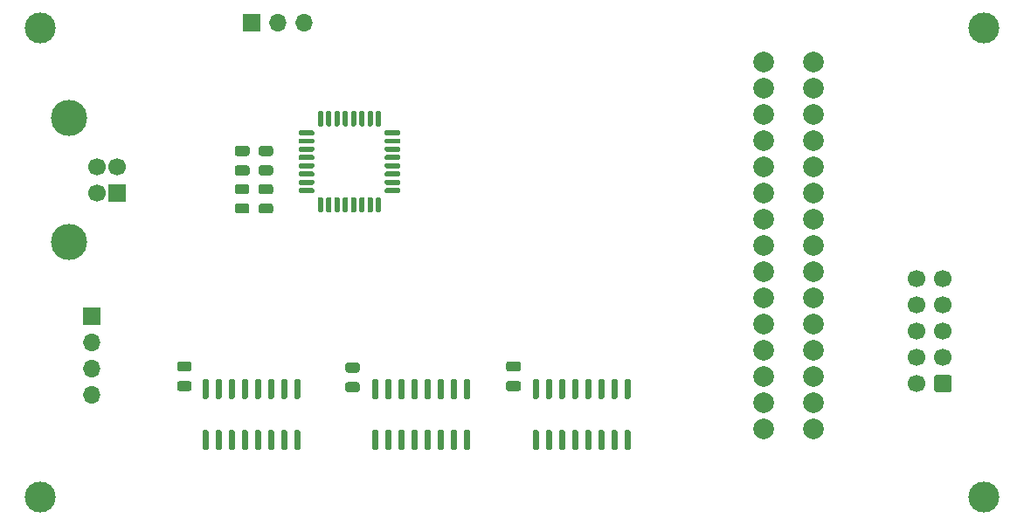
<source format=gbr>
G04 #@! TF.GenerationSoftware,KiCad,Pcbnew,(5.1.8)-1*
G04 #@! TF.CreationDate,2020-11-26T11:10:09+01:00*
G04 #@! TF.ProjectId,MM1_Writer,4d4d315f-5772-4697-9465-722e6b696361,R1*
G04 #@! TF.SameCoordinates,PX4692680PY3938700*
G04 #@! TF.FileFunction,Soldermask,Top*
G04 #@! TF.FilePolarity,Negative*
%FSLAX46Y46*%
G04 Gerber Fmt 4.6, Leading zero omitted, Abs format (unit mm)*
G04 Created by KiCad (PCBNEW (5.1.8)-1) date 2020-11-26 11:10:09*
%MOMM*%
%LPD*%
G01*
G04 APERTURE LIST*
%ADD10C,2.000000*%
%ADD11C,3.000000*%
%ADD12R,1.700000X1.700000*%
%ADD13C,1.700000*%
%ADD14C,3.500000*%
%ADD15O,1.700000X1.700000*%
G04 APERTURE END LIST*
D10*
X80000000Y-8310000D03*
X75140000Y-8310000D03*
X80000000Y-10850000D03*
X75140000Y-10850000D03*
X80000000Y-13390000D03*
X75140000Y-13390000D03*
X80000000Y-15930000D03*
X75140000Y-15930000D03*
X80000000Y-18470000D03*
X75140000Y-18470000D03*
X80000000Y-21010000D03*
X75140000Y-21010000D03*
X80000000Y-23550000D03*
X75140000Y-23550000D03*
X80000000Y-26090000D03*
X75140000Y-26090000D03*
X80000000Y-28630000D03*
X75140000Y-28630000D03*
X80000000Y-31170000D03*
X75140000Y-31170000D03*
X80000000Y-33710000D03*
X75140000Y-33710000D03*
X80000000Y-36250000D03*
X75140000Y-36250000D03*
X80000000Y-38790000D03*
X75140000Y-38790000D03*
X80000000Y-41330000D03*
X75140000Y-41330000D03*
X80000000Y-43860000D03*
X75140000Y-43870000D03*
G36*
G01*
X19456250Y-38350000D02*
X18543750Y-38350000D01*
G75*
G02*
X18300000Y-38106250I0J243750D01*
G01*
X18300000Y-37618750D01*
G75*
G02*
X18543750Y-37375000I243750J0D01*
G01*
X19456250Y-37375000D01*
G75*
G02*
X19700000Y-37618750I0J-243750D01*
G01*
X19700000Y-38106250D01*
G75*
G02*
X19456250Y-38350000I-243750J0D01*
G01*
G37*
G36*
G01*
X19456250Y-40225000D02*
X18543750Y-40225000D01*
G75*
G02*
X18300000Y-39981250I0J243750D01*
G01*
X18300000Y-39493750D01*
G75*
G02*
X18543750Y-39250000I243750J0D01*
G01*
X19456250Y-39250000D01*
G75*
G02*
X19700000Y-39493750I0J-243750D01*
G01*
X19700000Y-39981250D01*
G75*
G02*
X19456250Y-40225000I-243750J0D01*
G01*
G37*
G36*
G01*
X35756250Y-38450000D02*
X34843750Y-38450000D01*
G75*
G02*
X34600000Y-38206250I0J243750D01*
G01*
X34600000Y-37718750D01*
G75*
G02*
X34843750Y-37475000I243750J0D01*
G01*
X35756250Y-37475000D01*
G75*
G02*
X36000000Y-37718750I0J-243750D01*
G01*
X36000000Y-38206250D01*
G75*
G02*
X35756250Y-38450000I-243750J0D01*
G01*
G37*
G36*
G01*
X35756250Y-40325000D02*
X34843750Y-40325000D01*
G75*
G02*
X34600000Y-40081250I0J243750D01*
G01*
X34600000Y-39593750D01*
G75*
G02*
X34843750Y-39350000I243750J0D01*
G01*
X35756250Y-39350000D01*
G75*
G02*
X36000000Y-39593750I0J-243750D01*
G01*
X36000000Y-40081250D01*
G75*
G02*
X35756250Y-40325000I-243750J0D01*
G01*
G37*
G36*
G01*
X27356250Y-19325000D02*
X26443750Y-19325000D01*
G75*
G02*
X26200000Y-19081250I0J243750D01*
G01*
X26200000Y-18593750D01*
G75*
G02*
X26443750Y-18350000I243750J0D01*
G01*
X27356250Y-18350000D01*
G75*
G02*
X27600000Y-18593750I0J-243750D01*
G01*
X27600000Y-19081250D01*
G75*
G02*
X27356250Y-19325000I-243750J0D01*
G01*
G37*
G36*
G01*
X27356250Y-17450000D02*
X26443750Y-17450000D01*
G75*
G02*
X26200000Y-17206250I0J243750D01*
G01*
X26200000Y-16718750D01*
G75*
G02*
X26443750Y-16475000I243750J0D01*
G01*
X27356250Y-16475000D01*
G75*
G02*
X27600000Y-16718750I0J-243750D01*
G01*
X27600000Y-17206250D01*
G75*
G02*
X27356250Y-17450000I-243750J0D01*
G01*
G37*
G36*
G01*
X26443750Y-22050000D02*
X27356250Y-22050000D01*
G75*
G02*
X27600000Y-22293750I0J-243750D01*
G01*
X27600000Y-22781250D01*
G75*
G02*
X27356250Y-23025000I-243750J0D01*
G01*
X26443750Y-23025000D01*
G75*
G02*
X26200000Y-22781250I0J243750D01*
G01*
X26200000Y-22293750D01*
G75*
G02*
X26443750Y-22050000I243750J0D01*
G01*
G37*
G36*
G01*
X26443750Y-20175000D02*
X27356250Y-20175000D01*
G75*
G02*
X27600000Y-20418750I0J-243750D01*
G01*
X27600000Y-20906250D01*
G75*
G02*
X27356250Y-21150000I-243750J0D01*
G01*
X26443750Y-21150000D01*
G75*
G02*
X26200000Y-20906250I0J243750D01*
G01*
X26200000Y-20418750D01*
G75*
G02*
X26443750Y-20175000I243750J0D01*
G01*
G37*
G36*
G01*
X24143750Y-20175000D02*
X25056250Y-20175000D01*
G75*
G02*
X25300000Y-20418750I0J-243750D01*
G01*
X25300000Y-20906250D01*
G75*
G02*
X25056250Y-21150000I-243750J0D01*
G01*
X24143750Y-21150000D01*
G75*
G02*
X23900000Y-20906250I0J243750D01*
G01*
X23900000Y-20418750D01*
G75*
G02*
X24143750Y-20175000I243750J0D01*
G01*
G37*
G36*
G01*
X24143750Y-22050000D02*
X25056250Y-22050000D01*
G75*
G02*
X25300000Y-22293750I0J-243750D01*
G01*
X25300000Y-22781250D01*
G75*
G02*
X25056250Y-23025000I-243750J0D01*
G01*
X24143750Y-23025000D01*
G75*
G02*
X23900000Y-22781250I0J243750D01*
G01*
X23900000Y-22293750D01*
G75*
G02*
X24143750Y-22050000I243750J0D01*
G01*
G37*
G36*
G01*
X37650000Y-41000000D02*
X37350000Y-41000000D01*
G75*
G02*
X37200000Y-40850000I0J150000D01*
G01*
X37200000Y-39200000D01*
G75*
G02*
X37350000Y-39050000I150000J0D01*
G01*
X37650000Y-39050000D01*
G75*
G02*
X37800000Y-39200000I0J-150000D01*
G01*
X37800000Y-40850000D01*
G75*
G02*
X37650000Y-41000000I-150000J0D01*
G01*
G37*
G36*
G01*
X38920000Y-41000000D02*
X38620000Y-41000000D01*
G75*
G02*
X38470000Y-40850000I0J150000D01*
G01*
X38470000Y-39200000D01*
G75*
G02*
X38620000Y-39050000I150000J0D01*
G01*
X38920000Y-39050000D01*
G75*
G02*
X39070000Y-39200000I0J-150000D01*
G01*
X39070000Y-40850000D01*
G75*
G02*
X38920000Y-41000000I-150000J0D01*
G01*
G37*
G36*
G01*
X40190000Y-41000000D02*
X39890000Y-41000000D01*
G75*
G02*
X39740000Y-40850000I0J150000D01*
G01*
X39740000Y-39200000D01*
G75*
G02*
X39890000Y-39050000I150000J0D01*
G01*
X40190000Y-39050000D01*
G75*
G02*
X40340000Y-39200000I0J-150000D01*
G01*
X40340000Y-40850000D01*
G75*
G02*
X40190000Y-41000000I-150000J0D01*
G01*
G37*
G36*
G01*
X41460000Y-41000000D02*
X41160000Y-41000000D01*
G75*
G02*
X41010000Y-40850000I0J150000D01*
G01*
X41010000Y-39200000D01*
G75*
G02*
X41160000Y-39050000I150000J0D01*
G01*
X41460000Y-39050000D01*
G75*
G02*
X41610000Y-39200000I0J-150000D01*
G01*
X41610000Y-40850000D01*
G75*
G02*
X41460000Y-41000000I-150000J0D01*
G01*
G37*
G36*
G01*
X42730000Y-41000000D02*
X42430000Y-41000000D01*
G75*
G02*
X42280000Y-40850000I0J150000D01*
G01*
X42280000Y-39200000D01*
G75*
G02*
X42430000Y-39050000I150000J0D01*
G01*
X42730000Y-39050000D01*
G75*
G02*
X42880000Y-39200000I0J-150000D01*
G01*
X42880000Y-40850000D01*
G75*
G02*
X42730000Y-41000000I-150000J0D01*
G01*
G37*
G36*
G01*
X44000000Y-41000000D02*
X43700000Y-41000000D01*
G75*
G02*
X43550000Y-40850000I0J150000D01*
G01*
X43550000Y-39200000D01*
G75*
G02*
X43700000Y-39050000I150000J0D01*
G01*
X44000000Y-39050000D01*
G75*
G02*
X44150000Y-39200000I0J-150000D01*
G01*
X44150000Y-40850000D01*
G75*
G02*
X44000000Y-41000000I-150000J0D01*
G01*
G37*
G36*
G01*
X45270000Y-41000000D02*
X44970000Y-41000000D01*
G75*
G02*
X44820000Y-40850000I0J150000D01*
G01*
X44820000Y-39200000D01*
G75*
G02*
X44970000Y-39050000I150000J0D01*
G01*
X45270000Y-39050000D01*
G75*
G02*
X45420000Y-39200000I0J-150000D01*
G01*
X45420000Y-40850000D01*
G75*
G02*
X45270000Y-41000000I-150000J0D01*
G01*
G37*
G36*
G01*
X46540000Y-41000000D02*
X46240000Y-41000000D01*
G75*
G02*
X46090000Y-40850000I0J150000D01*
G01*
X46090000Y-39200000D01*
G75*
G02*
X46240000Y-39050000I150000J0D01*
G01*
X46540000Y-39050000D01*
G75*
G02*
X46690000Y-39200000I0J-150000D01*
G01*
X46690000Y-40850000D01*
G75*
G02*
X46540000Y-41000000I-150000J0D01*
G01*
G37*
G36*
G01*
X46540000Y-45950000D02*
X46240000Y-45950000D01*
G75*
G02*
X46090000Y-45800000I0J150000D01*
G01*
X46090000Y-44150000D01*
G75*
G02*
X46240000Y-44000000I150000J0D01*
G01*
X46540000Y-44000000D01*
G75*
G02*
X46690000Y-44150000I0J-150000D01*
G01*
X46690000Y-45800000D01*
G75*
G02*
X46540000Y-45950000I-150000J0D01*
G01*
G37*
G36*
G01*
X45270000Y-45950000D02*
X44970000Y-45950000D01*
G75*
G02*
X44820000Y-45800000I0J150000D01*
G01*
X44820000Y-44150000D01*
G75*
G02*
X44970000Y-44000000I150000J0D01*
G01*
X45270000Y-44000000D01*
G75*
G02*
X45420000Y-44150000I0J-150000D01*
G01*
X45420000Y-45800000D01*
G75*
G02*
X45270000Y-45950000I-150000J0D01*
G01*
G37*
G36*
G01*
X44000000Y-45950000D02*
X43700000Y-45950000D01*
G75*
G02*
X43550000Y-45800000I0J150000D01*
G01*
X43550000Y-44150000D01*
G75*
G02*
X43700000Y-44000000I150000J0D01*
G01*
X44000000Y-44000000D01*
G75*
G02*
X44150000Y-44150000I0J-150000D01*
G01*
X44150000Y-45800000D01*
G75*
G02*
X44000000Y-45950000I-150000J0D01*
G01*
G37*
G36*
G01*
X42730000Y-45950000D02*
X42430000Y-45950000D01*
G75*
G02*
X42280000Y-45800000I0J150000D01*
G01*
X42280000Y-44150000D01*
G75*
G02*
X42430000Y-44000000I150000J0D01*
G01*
X42730000Y-44000000D01*
G75*
G02*
X42880000Y-44150000I0J-150000D01*
G01*
X42880000Y-45800000D01*
G75*
G02*
X42730000Y-45950000I-150000J0D01*
G01*
G37*
G36*
G01*
X41460000Y-45950000D02*
X41160000Y-45950000D01*
G75*
G02*
X41010000Y-45800000I0J150000D01*
G01*
X41010000Y-44150000D01*
G75*
G02*
X41160000Y-44000000I150000J0D01*
G01*
X41460000Y-44000000D01*
G75*
G02*
X41610000Y-44150000I0J-150000D01*
G01*
X41610000Y-45800000D01*
G75*
G02*
X41460000Y-45950000I-150000J0D01*
G01*
G37*
G36*
G01*
X40190000Y-45950000D02*
X39890000Y-45950000D01*
G75*
G02*
X39740000Y-45800000I0J150000D01*
G01*
X39740000Y-44150000D01*
G75*
G02*
X39890000Y-44000000I150000J0D01*
G01*
X40190000Y-44000000D01*
G75*
G02*
X40340000Y-44150000I0J-150000D01*
G01*
X40340000Y-45800000D01*
G75*
G02*
X40190000Y-45950000I-150000J0D01*
G01*
G37*
G36*
G01*
X38920000Y-45950000D02*
X38620000Y-45950000D01*
G75*
G02*
X38470000Y-45800000I0J150000D01*
G01*
X38470000Y-44150000D01*
G75*
G02*
X38620000Y-44000000I150000J0D01*
G01*
X38920000Y-44000000D01*
G75*
G02*
X39070000Y-44150000I0J-150000D01*
G01*
X39070000Y-45800000D01*
G75*
G02*
X38920000Y-45950000I-150000J0D01*
G01*
G37*
G36*
G01*
X37650000Y-45950000D02*
X37350000Y-45950000D01*
G75*
G02*
X37200000Y-45800000I0J150000D01*
G01*
X37200000Y-44150000D01*
G75*
G02*
X37350000Y-44000000I150000J0D01*
G01*
X37650000Y-44000000D01*
G75*
G02*
X37800000Y-44150000I0J-150000D01*
G01*
X37800000Y-45800000D01*
G75*
G02*
X37650000Y-45950000I-150000J0D01*
G01*
G37*
G36*
G01*
X25075000Y-19350000D02*
X24125000Y-19350000D01*
G75*
G02*
X23875000Y-19100000I0J250000D01*
G01*
X23875000Y-18600000D01*
G75*
G02*
X24125000Y-18350000I250000J0D01*
G01*
X25075000Y-18350000D01*
G75*
G02*
X25325000Y-18600000I0J-250000D01*
G01*
X25325000Y-19100000D01*
G75*
G02*
X25075000Y-19350000I-250000J0D01*
G01*
G37*
G36*
G01*
X25075000Y-17450000D02*
X24125000Y-17450000D01*
G75*
G02*
X23875000Y-17200000I0J250000D01*
G01*
X23875000Y-16700000D01*
G75*
G02*
X24125000Y-16450000I250000J0D01*
G01*
X25075000Y-16450000D01*
G75*
G02*
X25325000Y-16700000I0J-250000D01*
G01*
X25325000Y-17200000D01*
G75*
G02*
X25075000Y-17450000I-250000J0D01*
G01*
G37*
G36*
G01*
X51375000Y-38350000D02*
X50425000Y-38350000D01*
G75*
G02*
X50175000Y-38100000I0J250000D01*
G01*
X50175000Y-37600000D01*
G75*
G02*
X50425000Y-37350000I250000J0D01*
G01*
X51375000Y-37350000D01*
G75*
G02*
X51625000Y-37600000I0J-250000D01*
G01*
X51625000Y-38100000D01*
G75*
G02*
X51375000Y-38350000I-250000J0D01*
G01*
G37*
G36*
G01*
X51375000Y-40250000D02*
X50425000Y-40250000D01*
G75*
G02*
X50175000Y-40000000I0J250000D01*
G01*
X50175000Y-39500000D01*
G75*
G02*
X50425000Y-39250000I250000J0D01*
G01*
X51375000Y-39250000D01*
G75*
G02*
X51625000Y-39500000I0J-250000D01*
G01*
X51625000Y-40000000D01*
G75*
G02*
X51375000Y-40250000I-250000J0D01*
G01*
G37*
D11*
X5000000Y-5000000D03*
X96500000Y-5000000D03*
X5000000Y-50500000D03*
X96500000Y-50500000D03*
D12*
X12500000Y-21000000D03*
D13*
X12500000Y-18500000D03*
X10500000Y-18500000D03*
X10500000Y-21000000D03*
D14*
X7790000Y-25770000D03*
X7790000Y-13730000D03*
D12*
X10000000Y-33000000D03*
D15*
X10000000Y-35540000D03*
X10000000Y-38080000D03*
X10000000Y-40620000D03*
G36*
G01*
X93350000Y-38900000D02*
X93350000Y-40100000D01*
G75*
G02*
X93100000Y-40350000I-250000J0D01*
G01*
X91900000Y-40350000D01*
G75*
G02*
X91650000Y-40100000I0J250000D01*
G01*
X91650000Y-38900000D01*
G75*
G02*
X91900000Y-38650000I250000J0D01*
G01*
X93100000Y-38650000D01*
G75*
G02*
X93350000Y-38900000I0J-250000D01*
G01*
G37*
D13*
X92500000Y-36960000D03*
X92500000Y-34420000D03*
X92500000Y-31880000D03*
X92500000Y-29340000D03*
X89960000Y-39500000D03*
X89960000Y-36960000D03*
X89960000Y-34420000D03*
X89960000Y-31880000D03*
X89960000Y-29340000D03*
G36*
G01*
X30075000Y-15325000D02*
X30075000Y-15075000D01*
G75*
G02*
X30200000Y-14950000I125000J0D01*
G01*
X31450000Y-14950000D01*
G75*
G02*
X31575000Y-15075000I0J-125000D01*
G01*
X31575000Y-15325000D01*
G75*
G02*
X31450000Y-15450000I-125000J0D01*
G01*
X30200000Y-15450000D01*
G75*
G02*
X30075000Y-15325000I0J125000D01*
G01*
G37*
G36*
G01*
X30075000Y-16125000D02*
X30075000Y-15875000D01*
G75*
G02*
X30200000Y-15750000I125000J0D01*
G01*
X31450000Y-15750000D01*
G75*
G02*
X31575000Y-15875000I0J-125000D01*
G01*
X31575000Y-16125000D01*
G75*
G02*
X31450000Y-16250000I-125000J0D01*
G01*
X30200000Y-16250000D01*
G75*
G02*
X30075000Y-16125000I0J125000D01*
G01*
G37*
G36*
G01*
X30075000Y-16925000D02*
X30075000Y-16675000D01*
G75*
G02*
X30200000Y-16550000I125000J0D01*
G01*
X31450000Y-16550000D01*
G75*
G02*
X31575000Y-16675000I0J-125000D01*
G01*
X31575000Y-16925000D01*
G75*
G02*
X31450000Y-17050000I-125000J0D01*
G01*
X30200000Y-17050000D01*
G75*
G02*
X30075000Y-16925000I0J125000D01*
G01*
G37*
G36*
G01*
X30075000Y-17725000D02*
X30075000Y-17475000D01*
G75*
G02*
X30200000Y-17350000I125000J0D01*
G01*
X31450000Y-17350000D01*
G75*
G02*
X31575000Y-17475000I0J-125000D01*
G01*
X31575000Y-17725000D01*
G75*
G02*
X31450000Y-17850000I-125000J0D01*
G01*
X30200000Y-17850000D01*
G75*
G02*
X30075000Y-17725000I0J125000D01*
G01*
G37*
G36*
G01*
X30075000Y-18525000D02*
X30075000Y-18275000D01*
G75*
G02*
X30200000Y-18150000I125000J0D01*
G01*
X31450000Y-18150000D01*
G75*
G02*
X31575000Y-18275000I0J-125000D01*
G01*
X31575000Y-18525000D01*
G75*
G02*
X31450000Y-18650000I-125000J0D01*
G01*
X30200000Y-18650000D01*
G75*
G02*
X30075000Y-18525000I0J125000D01*
G01*
G37*
G36*
G01*
X30075000Y-19325000D02*
X30075000Y-19075000D01*
G75*
G02*
X30200000Y-18950000I125000J0D01*
G01*
X31450000Y-18950000D01*
G75*
G02*
X31575000Y-19075000I0J-125000D01*
G01*
X31575000Y-19325000D01*
G75*
G02*
X31450000Y-19450000I-125000J0D01*
G01*
X30200000Y-19450000D01*
G75*
G02*
X30075000Y-19325000I0J125000D01*
G01*
G37*
G36*
G01*
X30075000Y-20125000D02*
X30075000Y-19875000D01*
G75*
G02*
X30200000Y-19750000I125000J0D01*
G01*
X31450000Y-19750000D01*
G75*
G02*
X31575000Y-19875000I0J-125000D01*
G01*
X31575000Y-20125000D01*
G75*
G02*
X31450000Y-20250000I-125000J0D01*
G01*
X30200000Y-20250000D01*
G75*
G02*
X30075000Y-20125000I0J125000D01*
G01*
G37*
G36*
G01*
X30075000Y-20925000D02*
X30075000Y-20675000D01*
G75*
G02*
X30200000Y-20550000I125000J0D01*
G01*
X31450000Y-20550000D01*
G75*
G02*
X31575000Y-20675000I0J-125000D01*
G01*
X31575000Y-20925000D01*
G75*
G02*
X31450000Y-21050000I-125000J0D01*
G01*
X30200000Y-21050000D01*
G75*
G02*
X30075000Y-20925000I0J125000D01*
G01*
G37*
G36*
G01*
X31950000Y-22800000D02*
X31950000Y-21550000D01*
G75*
G02*
X32075000Y-21425000I125000J0D01*
G01*
X32325000Y-21425000D01*
G75*
G02*
X32450000Y-21550000I0J-125000D01*
G01*
X32450000Y-22800000D01*
G75*
G02*
X32325000Y-22925000I-125000J0D01*
G01*
X32075000Y-22925000D01*
G75*
G02*
X31950000Y-22800000I0J125000D01*
G01*
G37*
G36*
G01*
X32750000Y-22800000D02*
X32750000Y-21550000D01*
G75*
G02*
X32875000Y-21425000I125000J0D01*
G01*
X33125000Y-21425000D01*
G75*
G02*
X33250000Y-21550000I0J-125000D01*
G01*
X33250000Y-22800000D01*
G75*
G02*
X33125000Y-22925000I-125000J0D01*
G01*
X32875000Y-22925000D01*
G75*
G02*
X32750000Y-22800000I0J125000D01*
G01*
G37*
G36*
G01*
X33550000Y-22800000D02*
X33550000Y-21550000D01*
G75*
G02*
X33675000Y-21425000I125000J0D01*
G01*
X33925000Y-21425000D01*
G75*
G02*
X34050000Y-21550000I0J-125000D01*
G01*
X34050000Y-22800000D01*
G75*
G02*
X33925000Y-22925000I-125000J0D01*
G01*
X33675000Y-22925000D01*
G75*
G02*
X33550000Y-22800000I0J125000D01*
G01*
G37*
G36*
G01*
X34350000Y-22800000D02*
X34350000Y-21550000D01*
G75*
G02*
X34475000Y-21425000I125000J0D01*
G01*
X34725000Y-21425000D01*
G75*
G02*
X34850000Y-21550000I0J-125000D01*
G01*
X34850000Y-22800000D01*
G75*
G02*
X34725000Y-22925000I-125000J0D01*
G01*
X34475000Y-22925000D01*
G75*
G02*
X34350000Y-22800000I0J125000D01*
G01*
G37*
G36*
G01*
X35150000Y-22800000D02*
X35150000Y-21550000D01*
G75*
G02*
X35275000Y-21425000I125000J0D01*
G01*
X35525000Y-21425000D01*
G75*
G02*
X35650000Y-21550000I0J-125000D01*
G01*
X35650000Y-22800000D01*
G75*
G02*
X35525000Y-22925000I-125000J0D01*
G01*
X35275000Y-22925000D01*
G75*
G02*
X35150000Y-22800000I0J125000D01*
G01*
G37*
G36*
G01*
X35950000Y-22800000D02*
X35950000Y-21550000D01*
G75*
G02*
X36075000Y-21425000I125000J0D01*
G01*
X36325000Y-21425000D01*
G75*
G02*
X36450000Y-21550000I0J-125000D01*
G01*
X36450000Y-22800000D01*
G75*
G02*
X36325000Y-22925000I-125000J0D01*
G01*
X36075000Y-22925000D01*
G75*
G02*
X35950000Y-22800000I0J125000D01*
G01*
G37*
G36*
G01*
X36750000Y-22800000D02*
X36750000Y-21550000D01*
G75*
G02*
X36875000Y-21425000I125000J0D01*
G01*
X37125000Y-21425000D01*
G75*
G02*
X37250000Y-21550000I0J-125000D01*
G01*
X37250000Y-22800000D01*
G75*
G02*
X37125000Y-22925000I-125000J0D01*
G01*
X36875000Y-22925000D01*
G75*
G02*
X36750000Y-22800000I0J125000D01*
G01*
G37*
G36*
G01*
X37550000Y-22800000D02*
X37550000Y-21550000D01*
G75*
G02*
X37675000Y-21425000I125000J0D01*
G01*
X37925000Y-21425000D01*
G75*
G02*
X38050000Y-21550000I0J-125000D01*
G01*
X38050000Y-22800000D01*
G75*
G02*
X37925000Y-22925000I-125000J0D01*
G01*
X37675000Y-22925000D01*
G75*
G02*
X37550000Y-22800000I0J125000D01*
G01*
G37*
G36*
G01*
X38425000Y-20925000D02*
X38425000Y-20675000D01*
G75*
G02*
X38550000Y-20550000I125000J0D01*
G01*
X39800000Y-20550000D01*
G75*
G02*
X39925000Y-20675000I0J-125000D01*
G01*
X39925000Y-20925000D01*
G75*
G02*
X39800000Y-21050000I-125000J0D01*
G01*
X38550000Y-21050000D01*
G75*
G02*
X38425000Y-20925000I0J125000D01*
G01*
G37*
G36*
G01*
X38425000Y-20125000D02*
X38425000Y-19875000D01*
G75*
G02*
X38550000Y-19750000I125000J0D01*
G01*
X39800000Y-19750000D01*
G75*
G02*
X39925000Y-19875000I0J-125000D01*
G01*
X39925000Y-20125000D01*
G75*
G02*
X39800000Y-20250000I-125000J0D01*
G01*
X38550000Y-20250000D01*
G75*
G02*
X38425000Y-20125000I0J125000D01*
G01*
G37*
G36*
G01*
X38425000Y-19325000D02*
X38425000Y-19075000D01*
G75*
G02*
X38550000Y-18950000I125000J0D01*
G01*
X39800000Y-18950000D01*
G75*
G02*
X39925000Y-19075000I0J-125000D01*
G01*
X39925000Y-19325000D01*
G75*
G02*
X39800000Y-19450000I-125000J0D01*
G01*
X38550000Y-19450000D01*
G75*
G02*
X38425000Y-19325000I0J125000D01*
G01*
G37*
G36*
G01*
X38425000Y-18525000D02*
X38425000Y-18275000D01*
G75*
G02*
X38550000Y-18150000I125000J0D01*
G01*
X39800000Y-18150000D01*
G75*
G02*
X39925000Y-18275000I0J-125000D01*
G01*
X39925000Y-18525000D01*
G75*
G02*
X39800000Y-18650000I-125000J0D01*
G01*
X38550000Y-18650000D01*
G75*
G02*
X38425000Y-18525000I0J125000D01*
G01*
G37*
G36*
G01*
X38425000Y-17725000D02*
X38425000Y-17475000D01*
G75*
G02*
X38550000Y-17350000I125000J0D01*
G01*
X39800000Y-17350000D01*
G75*
G02*
X39925000Y-17475000I0J-125000D01*
G01*
X39925000Y-17725000D01*
G75*
G02*
X39800000Y-17850000I-125000J0D01*
G01*
X38550000Y-17850000D01*
G75*
G02*
X38425000Y-17725000I0J125000D01*
G01*
G37*
G36*
G01*
X38425000Y-16925000D02*
X38425000Y-16675000D01*
G75*
G02*
X38550000Y-16550000I125000J0D01*
G01*
X39800000Y-16550000D01*
G75*
G02*
X39925000Y-16675000I0J-125000D01*
G01*
X39925000Y-16925000D01*
G75*
G02*
X39800000Y-17050000I-125000J0D01*
G01*
X38550000Y-17050000D01*
G75*
G02*
X38425000Y-16925000I0J125000D01*
G01*
G37*
G36*
G01*
X38425000Y-16125000D02*
X38425000Y-15875000D01*
G75*
G02*
X38550000Y-15750000I125000J0D01*
G01*
X39800000Y-15750000D01*
G75*
G02*
X39925000Y-15875000I0J-125000D01*
G01*
X39925000Y-16125000D01*
G75*
G02*
X39800000Y-16250000I-125000J0D01*
G01*
X38550000Y-16250000D01*
G75*
G02*
X38425000Y-16125000I0J125000D01*
G01*
G37*
G36*
G01*
X38425000Y-15325000D02*
X38425000Y-15075000D01*
G75*
G02*
X38550000Y-14950000I125000J0D01*
G01*
X39800000Y-14950000D01*
G75*
G02*
X39925000Y-15075000I0J-125000D01*
G01*
X39925000Y-15325000D01*
G75*
G02*
X39800000Y-15450000I-125000J0D01*
G01*
X38550000Y-15450000D01*
G75*
G02*
X38425000Y-15325000I0J125000D01*
G01*
G37*
G36*
G01*
X37550000Y-14450000D02*
X37550000Y-13200000D01*
G75*
G02*
X37675000Y-13075000I125000J0D01*
G01*
X37925000Y-13075000D01*
G75*
G02*
X38050000Y-13200000I0J-125000D01*
G01*
X38050000Y-14450000D01*
G75*
G02*
X37925000Y-14575000I-125000J0D01*
G01*
X37675000Y-14575000D01*
G75*
G02*
X37550000Y-14450000I0J125000D01*
G01*
G37*
G36*
G01*
X36750000Y-14450000D02*
X36750000Y-13200000D01*
G75*
G02*
X36875000Y-13075000I125000J0D01*
G01*
X37125000Y-13075000D01*
G75*
G02*
X37250000Y-13200000I0J-125000D01*
G01*
X37250000Y-14450000D01*
G75*
G02*
X37125000Y-14575000I-125000J0D01*
G01*
X36875000Y-14575000D01*
G75*
G02*
X36750000Y-14450000I0J125000D01*
G01*
G37*
G36*
G01*
X35950000Y-14450000D02*
X35950000Y-13200000D01*
G75*
G02*
X36075000Y-13075000I125000J0D01*
G01*
X36325000Y-13075000D01*
G75*
G02*
X36450000Y-13200000I0J-125000D01*
G01*
X36450000Y-14450000D01*
G75*
G02*
X36325000Y-14575000I-125000J0D01*
G01*
X36075000Y-14575000D01*
G75*
G02*
X35950000Y-14450000I0J125000D01*
G01*
G37*
G36*
G01*
X35150000Y-14450000D02*
X35150000Y-13200000D01*
G75*
G02*
X35275000Y-13075000I125000J0D01*
G01*
X35525000Y-13075000D01*
G75*
G02*
X35650000Y-13200000I0J-125000D01*
G01*
X35650000Y-14450000D01*
G75*
G02*
X35525000Y-14575000I-125000J0D01*
G01*
X35275000Y-14575000D01*
G75*
G02*
X35150000Y-14450000I0J125000D01*
G01*
G37*
G36*
G01*
X34350000Y-14450000D02*
X34350000Y-13200000D01*
G75*
G02*
X34475000Y-13075000I125000J0D01*
G01*
X34725000Y-13075000D01*
G75*
G02*
X34850000Y-13200000I0J-125000D01*
G01*
X34850000Y-14450000D01*
G75*
G02*
X34725000Y-14575000I-125000J0D01*
G01*
X34475000Y-14575000D01*
G75*
G02*
X34350000Y-14450000I0J125000D01*
G01*
G37*
G36*
G01*
X33550000Y-14450000D02*
X33550000Y-13200000D01*
G75*
G02*
X33675000Y-13075000I125000J0D01*
G01*
X33925000Y-13075000D01*
G75*
G02*
X34050000Y-13200000I0J-125000D01*
G01*
X34050000Y-14450000D01*
G75*
G02*
X33925000Y-14575000I-125000J0D01*
G01*
X33675000Y-14575000D01*
G75*
G02*
X33550000Y-14450000I0J125000D01*
G01*
G37*
G36*
G01*
X32750000Y-14450000D02*
X32750000Y-13200000D01*
G75*
G02*
X32875000Y-13075000I125000J0D01*
G01*
X33125000Y-13075000D01*
G75*
G02*
X33250000Y-13200000I0J-125000D01*
G01*
X33250000Y-14450000D01*
G75*
G02*
X33125000Y-14575000I-125000J0D01*
G01*
X32875000Y-14575000D01*
G75*
G02*
X32750000Y-14450000I0J125000D01*
G01*
G37*
G36*
G01*
X31950000Y-14450000D02*
X31950000Y-13200000D01*
G75*
G02*
X32075000Y-13075000I125000J0D01*
G01*
X32325000Y-13075000D01*
G75*
G02*
X32450000Y-13200000I0J-125000D01*
G01*
X32450000Y-14450000D01*
G75*
G02*
X32325000Y-14575000I-125000J0D01*
G01*
X32075000Y-14575000D01*
G75*
G02*
X31950000Y-14450000I0J125000D01*
G01*
G37*
G36*
G01*
X21205000Y-45950000D02*
X20905000Y-45950000D01*
G75*
G02*
X20755000Y-45800000I0J150000D01*
G01*
X20755000Y-44150000D01*
G75*
G02*
X20905000Y-44000000I150000J0D01*
G01*
X21205000Y-44000000D01*
G75*
G02*
X21355000Y-44150000I0J-150000D01*
G01*
X21355000Y-45800000D01*
G75*
G02*
X21205000Y-45950000I-150000J0D01*
G01*
G37*
G36*
G01*
X22475000Y-45950000D02*
X22175000Y-45950000D01*
G75*
G02*
X22025000Y-45800000I0J150000D01*
G01*
X22025000Y-44150000D01*
G75*
G02*
X22175000Y-44000000I150000J0D01*
G01*
X22475000Y-44000000D01*
G75*
G02*
X22625000Y-44150000I0J-150000D01*
G01*
X22625000Y-45800000D01*
G75*
G02*
X22475000Y-45950000I-150000J0D01*
G01*
G37*
G36*
G01*
X23745000Y-45950000D02*
X23445000Y-45950000D01*
G75*
G02*
X23295000Y-45800000I0J150000D01*
G01*
X23295000Y-44150000D01*
G75*
G02*
X23445000Y-44000000I150000J0D01*
G01*
X23745000Y-44000000D01*
G75*
G02*
X23895000Y-44150000I0J-150000D01*
G01*
X23895000Y-45800000D01*
G75*
G02*
X23745000Y-45950000I-150000J0D01*
G01*
G37*
G36*
G01*
X25015000Y-45950000D02*
X24715000Y-45950000D01*
G75*
G02*
X24565000Y-45800000I0J150000D01*
G01*
X24565000Y-44150000D01*
G75*
G02*
X24715000Y-44000000I150000J0D01*
G01*
X25015000Y-44000000D01*
G75*
G02*
X25165000Y-44150000I0J-150000D01*
G01*
X25165000Y-45800000D01*
G75*
G02*
X25015000Y-45950000I-150000J0D01*
G01*
G37*
G36*
G01*
X26285000Y-45950000D02*
X25985000Y-45950000D01*
G75*
G02*
X25835000Y-45800000I0J150000D01*
G01*
X25835000Y-44150000D01*
G75*
G02*
X25985000Y-44000000I150000J0D01*
G01*
X26285000Y-44000000D01*
G75*
G02*
X26435000Y-44150000I0J-150000D01*
G01*
X26435000Y-45800000D01*
G75*
G02*
X26285000Y-45950000I-150000J0D01*
G01*
G37*
G36*
G01*
X27555000Y-45950000D02*
X27255000Y-45950000D01*
G75*
G02*
X27105000Y-45800000I0J150000D01*
G01*
X27105000Y-44150000D01*
G75*
G02*
X27255000Y-44000000I150000J0D01*
G01*
X27555000Y-44000000D01*
G75*
G02*
X27705000Y-44150000I0J-150000D01*
G01*
X27705000Y-45800000D01*
G75*
G02*
X27555000Y-45950000I-150000J0D01*
G01*
G37*
G36*
G01*
X28825000Y-45950000D02*
X28525000Y-45950000D01*
G75*
G02*
X28375000Y-45800000I0J150000D01*
G01*
X28375000Y-44150000D01*
G75*
G02*
X28525000Y-44000000I150000J0D01*
G01*
X28825000Y-44000000D01*
G75*
G02*
X28975000Y-44150000I0J-150000D01*
G01*
X28975000Y-45800000D01*
G75*
G02*
X28825000Y-45950000I-150000J0D01*
G01*
G37*
G36*
G01*
X30095000Y-45950000D02*
X29795000Y-45950000D01*
G75*
G02*
X29645000Y-45800000I0J150000D01*
G01*
X29645000Y-44150000D01*
G75*
G02*
X29795000Y-44000000I150000J0D01*
G01*
X30095000Y-44000000D01*
G75*
G02*
X30245000Y-44150000I0J-150000D01*
G01*
X30245000Y-45800000D01*
G75*
G02*
X30095000Y-45950000I-150000J0D01*
G01*
G37*
G36*
G01*
X30095000Y-41000000D02*
X29795000Y-41000000D01*
G75*
G02*
X29645000Y-40850000I0J150000D01*
G01*
X29645000Y-39200000D01*
G75*
G02*
X29795000Y-39050000I150000J0D01*
G01*
X30095000Y-39050000D01*
G75*
G02*
X30245000Y-39200000I0J-150000D01*
G01*
X30245000Y-40850000D01*
G75*
G02*
X30095000Y-41000000I-150000J0D01*
G01*
G37*
G36*
G01*
X28825000Y-41000000D02*
X28525000Y-41000000D01*
G75*
G02*
X28375000Y-40850000I0J150000D01*
G01*
X28375000Y-39200000D01*
G75*
G02*
X28525000Y-39050000I150000J0D01*
G01*
X28825000Y-39050000D01*
G75*
G02*
X28975000Y-39200000I0J-150000D01*
G01*
X28975000Y-40850000D01*
G75*
G02*
X28825000Y-41000000I-150000J0D01*
G01*
G37*
G36*
G01*
X27555000Y-41000000D02*
X27255000Y-41000000D01*
G75*
G02*
X27105000Y-40850000I0J150000D01*
G01*
X27105000Y-39200000D01*
G75*
G02*
X27255000Y-39050000I150000J0D01*
G01*
X27555000Y-39050000D01*
G75*
G02*
X27705000Y-39200000I0J-150000D01*
G01*
X27705000Y-40850000D01*
G75*
G02*
X27555000Y-41000000I-150000J0D01*
G01*
G37*
G36*
G01*
X26285000Y-41000000D02*
X25985000Y-41000000D01*
G75*
G02*
X25835000Y-40850000I0J150000D01*
G01*
X25835000Y-39200000D01*
G75*
G02*
X25985000Y-39050000I150000J0D01*
G01*
X26285000Y-39050000D01*
G75*
G02*
X26435000Y-39200000I0J-150000D01*
G01*
X26435000Y-40850000D01*
G75*
G02*
X26285000Y-41000000I-150000J0D01*
G01*
G37*
G36*
G01*
X25015000Y-41000000D02*
X24715000Y-41000000D01*
G75*
G02*
X24565000Y-40850000I0J150000D01*
G01*
X24565000Y-39200000D01*
G75*
G02*
X24715000Y-39050000I150000J0D01*
G01*
X25015000Y-39050000D01*
G75*
G02*
X25165000Y-39200000I0J-150000D01*
G01*
X25165000Y-40850000D01*
G75*
G02*
X25015000Y-41000000I-150000J0D01*
G01*
G37*
G36*
G01*
X23745000Y-41000000D02*
X23445000Y-41000000D01*
G75*
G02*
X23295000Y-40850000I0J150000D01*
G01*
X23295000Y-39200000D01*
G75*
G02*
X23445000Y-39050000I150000J0D01*
G01*
X23745000Y-39050000D01*
G75*
G02*
X23895000Y-39200000I0J-150000D01*
G01*
X23895000Y-40850000D01*
G75*
G02*
X23745000Y-41000000I-150000J0D01*
G01*
G37*
G36*
G01*
X22475000Y-41000000D02*
X22175000Y-41000000D01*
G75*
G02*
X22025000Y-40850000I0J150000D01*
G01*
X22025000Y-39200000D01*
G75*
G02*
X22175000Y-39050000I150000J0D01*
G01*
X22475000Y-39050000D01*
G75*
G02*
X22625000Y-39200000I0J-150000D01*
G01*
X22625000Y-40850000D01*
G75*
G02*
X22475000Y-41000000I-150000J0D01*
G01*
G37*
G36*
G01*
X21205000Y-41000000D02*
X20905000Y-41000000D01*
G75*
G02*
X20755000Y-40850000I0J150000D01*
G01*
X20755000Y-39200000D01*
G75*
G02*
X20905000Y-39050000I150000J0D01*
G01*
X21205000Y-39050000D01*
G75*
G02*
X21355000Y-39200000I0J-150000D01*
G01*
X21355000Y-40850000D01*
G75*
G02*
X21205000Y-41000000I-150000J0D01*
G01*
G37*
G36*
G01*
X53205000Y-41000000D02*
X52905000Y-41000000D01*
G75*
G02*
X52755000Y-40850000I0J150000D01*
G01*
X52755000Y-39200000D01*
G75*
G02*
X52905000Y-39050000I150000J0D01*
G01*
X53205000Y-39050000D01*
G75*
G02*
X53355000Y-39200000I0J-150000D01*
G01*
X53355000Y-40850000D01*
G75*
G02*
X53205000Y-41000000I-150000J0D01*
G01*
G37*
G36*
G01*
X54475000Y-41000000D02*
X54175000Y-41000000D01*
G75*
G02*
X54025000Y-40850000I0J150000D01*
G01*
X54025000Y-39200000D01*
G75*
G02*
X54175000Y-39050000I150000J0D01*
G01*
X54475000Y-39050000D01*
G75*
G02*
X54625000Y-39200000I0J-150000D01*
G01*
X54625000Y-40850000D01*
G75*
G02*
X54475000Y-41000000I-150000J0D01*
G01*
G37*
G36*
G01*
X55745000Y-41000000D02*
X55445000Y-41000000D01*
G75*
G02*
X55295000Y-40850000I0J150000D01*
G01*
X55295000Y-39200000D01*
G75*
G02*
X55445000Y-39050000I150000J0D01*
G01*
X55745000Y-39050000D01*
G75*
G02*
X55895000Y-39200000I0J-150000D01*
G01*
X55895000Y-40850000D01*
G75*
G02*
X55745000Y-41000000I-150000J0D01*
G01*
G37*
G36*
G01*
X57015000Y-41000000D02*
X56715000Y-41000000D01*
G75*
G02*
X56565000Y-40850000I0J150000D01*
G01*
X56565000Y-39200000D01*
G75*
G02*
X56715000Y-39050000I150000J0D01*
G01*
X57015000Y-39050000D01*
G75*
G02*
X57165000Y-39200000I0J-150000D01*
G01*
X57165000Y-40850000D01*
G75*
G02*
X57015000Y-41000000I-150000J0D01*
G01*
G37*
G36*
G01*
X58285000Y-41000000D02*
X57985000Y-41000000D01*
G75*
G02*
X57835000Y-40850000I0J150000D01*
G01*
X57835000Y-39200000D01*
G75*
G02*
X57985000Y-39050000I150000J0D01*
G01*
X58285000Y-39050000D01*
G75*
G02*
X58435000Y-39200000I0J-150000D01*
G01*
X58435000Y-40850000D01*
G75*
G02*
X58285000Y-41000000I-150000J0D01*
G01*
G37*
G36*
G01*
X59555000Y-41000000D02*
X59255000Y-41000000D01*
G75*
G02*
X59105000Y-40850000I0J150000D01*
G01*
X59105000Y-39200000D01*
G75*
G02*
X59255000Y-39050000I150000J0D01*
G01*
X59555000Y-39050000D01*
G75*
G02*
X59705000Y-39200000I0J-150000D01*
G01*
X59705000Y-40850000D01*
G75*
G02*
X59555000Y-41000000I-150000J0D01*
G01*
G37*
G36*
G01*
X60825000Y-41000000D02*
X60525000Y-41000000D01*
G75*
G02*
X60375000Y-40850000I0J150000D01*
G01*
X60375000Y-39200000D01*
G75*
G02*
X60525000Y-39050000I150000J0D01*
G01*
X60825000Y-39050000D01*
G75*
G02*
X60975000Y-39200000I0J-150000D01*
G01*
X60975000Y-40850000D01*
G75*
G02*
X60825000Y-41000000I-150000J0D01*
G01*
G37*
G36*
G01*
X62095000Y-41000000D02*
X61795000Y-41000000D01*
G75*
G02*
X61645000Y-40850000I0J150000D01*
G01*
X61645000Y-39200000D01*
G75*
G02*
X61795000Y-39050000I150000J0D01*
G01*
X62095000Y-39050000D01*
G75*
G02*
X62245000Y-39200000I0J-150000D01*
G01*
X62245000Y-40850000D01*
G75*
G02*
X62095000Y-41000000I-150000J0D01*
G01*
G37*
G36*
G01*
X62095000Y-45950000D02*
X61795000Y-45950000D01*
G75*
G02*
X61645000Y-45800000I0J150000D01*
G01*
X61645000Y-44150000D01*
G75*
G02*
X61795000Y-44000000I150000J0D01*
G01*
X62095000Y-44000000D01*
G75*
G02*
X62245000Y-44150000I0J-150000D01*
G01*
X62245000Y-45800000D01*
G75*
G02*
X62095000Y-45950000I-150000J0D01*
G01*
G37*
G36*
G01*
X60825000Y-45950000D02*
X60525000Y-45950000D01*
G75*
G02*
X60375000Y-45800000I0J150000D01*
G01*
X60375000Y-44150000D01*
G75*
G02*
X60525000Y-44000000I150000J0D01*
G01*
X60825000Y-44000000D01*
G75*
G02*
X60975000Y-44150000I0J-150000D01*
G01*
X60975000Y-45800000D01*
G75*
G02*
X60825000Y-45950000I-150000J0D01*
G01*
G37*
G36*
G01*
X59555000Y-45950000D02*
X59255000Y-45950000D01*
G75*
G02*
X59105000Y-45800000I0J150000D01*
G01*
X59105000Y-44150000D01*
G75*
G02*
X59255000Y-44000000I150000J0D01*
G01*
X59555000Y-44000000D01*
G75*
G02*
X59705000Y-44150000I0J-150000D01*
G01*
X59705000Y-45800000D01*
G75*
G02*
X59555000Y-45950000I-150000J0D01*
G01*
G37*
G36*
G01*
X58285000Y-45950000D02*
X57985000Y-45950000D01*
G75*
G02*
X57835000Y-45800000I0J150000D01*
G01*
X57835000Y-44150000D01*
G75*
G02*
X57985000Y-44000000I150000J0D01*
G01*
X58285000Y-44000000D01*
G75*
G02*
X58435000Y-44150000I0J-150000D01*
G01*
X58435000Y-45800000D01*
G75*
G02*
X58285000Y-45950000I-150000J0D01*
G01*
G37*
G36*
G01*
X57015000Y-45950000D02*
X56715000Y-45950000D01*
G75*
G02*
X56565000Y-45800000I0J150000D01*
G01*
X56565000Y-44150000D01*
G75*
G02*
X56715000Y-44000000I150000J0D01*
G01*
X57015000Y-44000000D01*
G75*
G02*
X57165000Y-44150000I0J-150000D01*
G01*
X57165000Y-45800000D01*
G75*
G02*
X57015000Y-45950000I-150000J0D01*
G01*
G37*
G36*
G01*
X55745000Y-45950000D02*
X55445000Y-45950000D01*
G75*
G02*
X55295000Y-45800000I0J150000D01*
G01*
X55295000Y-44150000D01*
G75*
G02*
X55445000Y-44000000I150000J0D01*
G01*
X55745000Y-44000000D01*
G75*
G02*
X55895000Y-44150000I0J-150000D01*
G01*
X55895000Y-45800000D01*
G75*
G02*
X55745000Y-45950000I-150000J0D01*
G01*
G37*
G36*
G01*
X54475000Y-45950000D02*
X54175000Y-45950000D01*
G75*
G02*
X54025000Y-45800000I0J150000D01*
G01*
X54025000Y-44150000D01*
G75*
G02*
X54175000Y-44000000I150000J0D01*
G01*
X54475000Y-44000000D01*
G75*
G02*
X54625000Y-44150000I0J-150000D01*
G01*
X54625000Y-45800000D01*
G75*
G02*
X54475000Y-45950000I-150000J0D01*
G01*
G37*
G36*
G01*
X53205000Y-45950000D02*
X52905000Y-45950000D01*
G75*
G02*
X52755000Y-45800000I0J150000D01*
G01*
X52755000Y-44150000D01*
G75*
G02*
X52905000Y-44000000I150000J0D01*
G01*
X53205000Y-44000000D01*
G75*
G02*
X53355000Y-44150000I0J-150000D01*
G01*
X53355000Y-45800000D01*
G75*
G02*
X53205000Y-45950000I-150000J0D01*
G01*
G37*
D12*
X25500000Y-4500000D03*
D15*
X28040000Y-4500000D03*
X30580000Y-4500000D03*
M02*

</source>
